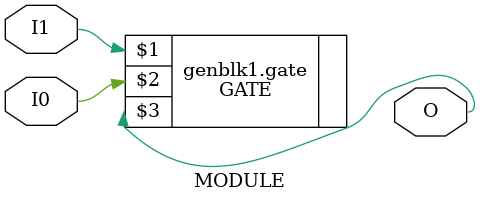
<source format=v>
/*
 * Copyright (C) 2020  The SymbiFlow Authors.
 *
 * Use of this source code is governed by a ISC-style
 * license that can be found in the LICENSE file or at
 * https://opensource.org/licenses/ISC
 *
 * SPDX-License-Identifier:     ISC
 */

`include "./gate/gate.sim.v"

(* FASM_FEATURES="IN_USE" *)
(* FASM_FEATURES_MODE_A="SEL_MODE_A;ENABLE_SOMETHING_A" *)
(* FASM_FEATURES_MODE_B="SEL_MODE_B;ENABLE_SOMETHING_B" *)
(* MODES="MODE_A;MODE_B;MODE_C" *)
module MODULE(I0, I1, O);

  parameter MODE = "MODE_A";

  input  wire I0;
  input  wire I1;
  output wire O;

  generate if (MODE == "MODE_A") begin
    GATE gate (I1, I0, O);
  end else if (MODE == "MODE_B") begin
    GATE gate (I0, I1, O);
  end else if (MODE == "MODE_C") begin
    assign O = I0;
  end endgenerate

endmodule

</source>
